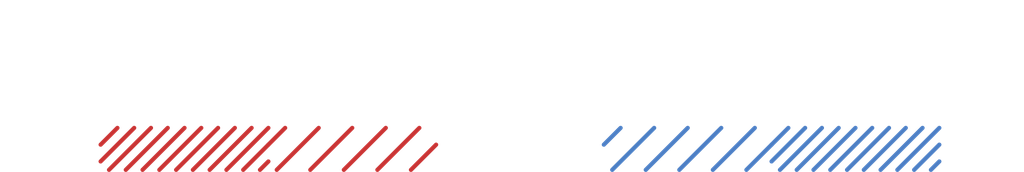
<source format=kicad_pcb>
(kicad_pcb
	(version 20240108)
	(generator "pcbnew")
	(generator_version "8.0")
	(general
		(thickness 1.6)
		(legacy_teardrops no)
	)
	(paper "A4")
	(layers
		(0 "F.Cu" signal)
		(31 "B.Cu" signal)
		(32 "B.Adhes" user "B.Adhesive")
		(33 "F.Adhes" user "F.Adhesive")
		(34 "B.Paste" user)
		(35 "F.Paste" user)
		(36 "B.SilkS" user "B.Silkscreen")
		(37 "F.SilkS" user "F.Silkscreen")
		(38 "B.Mask" user)
		(39 "F.Mask" user)
		(40 "Dwgs.User" user "User.Drawings")
		(41 "Cmts.User" user "User.Comments")
		(42 "Eco1.User" user "User.Eco1")
		(43 "Eco2.User" user "User.Eco2")
		(44 "Edge.Cuts" user)
		(45 "Margin" user)
		(46 "B.CrtYd" user "B.Courtyard")
		(47 "F.CrtYd" user "F.Courtyard")
		(48 "B.Fab" user)
		(49 "F.Fab" user)
		(50 "User.1" user)
		(51 "User.2" user)
		(52 "User.3" user)
		(53 "User.4" user)
		(54 "User.5" user)
		(55 "User.6" user)
		(56 "User.7" user)
		(57 "User.8" user)
		(58 "User.9" user)
	)
	(setup
		(pad_to_mask_clearance 0)
		(allow_soldermask_bridges_in_footprints no)
		(pcbplotparams
			(layerselection 0x00010fc_ffffffff)
			(plot_on_all_layers_selection 0x0000000_00000000)
			(disableapertmacros no)
			(usegerberextensions no)
			(usegerberattributes yes)
			(usegerberadvancedattributes yes)
			(creategerberjobfile yes)
			(dashed_line_dash_ratio 12.000000)
			(dashed_line_gap_ratio 3.000000)
			(svgprecision 4)
			(plotframeref no)
			(viasonmask no)
			(mode 1)
			(useauxorigin no)
			(hpglpennumber 1)
			(hpglpenspeed 20)
			(hpglpendiameter 15.000000)
			(pdf_front_fp_property_popups yes)
			(pdf_back_fp_property_popups yes)
			(dxfpolygonmode yes)
			(dxfimperialunits yes)
			(dxfusepcbnewfont yes)
			(psnegative no)
			(psa4output no)
			(plotreference yes)
			(plotvalue yes)
			(plotfptext yes)
			(plotinvisibletext no)
			(sketchpadsonfab no)
			(subtractmaskfromsilk no)
			(outputformat 1)
			(mirror no)
			(drillshape 1)
			(scaleselection 1)
			(outputdirectory "")
		)
	)
	(net 0 "")
	(gr_line
		(start 239 0)
		(end 244 -5)
		(stroke
			(width 0.5)
			(type default)
		)
		(layer "F.Cu")
		(uuid "10cdf68c-2800-49e9-8d55-a8716e866f88")
	)
	(gr_line
		(start 267 0)
		(end 270 -3)
		(stroke
			(width 0.5)
			(type default)
		)
		(layer "F.Cu")
		(uuid "13c2618e-b03e-4f36-9bae-f878cba02069")
	)
	(gr_line
		(start 247 0)
		(end 250 -3)
		(stroke
			(width 0.5)
			(type default)
		)
		(layer "F.Cu")
		(uuid "228cc586-9fc6-4b81-93d1-3ca2def6aad2")
	)
	(gr_line
		(start 243 0)
		(end 248 -5)
		(stroke
			(width 0.5)
			(type default)
		)
		(layer "F.Cu")
		(uuid "245778aa-9c08-4378-8a18-3128d49f7899")
	)
	(gr_line
		(start 230 -3)
		(end 232 -5)
		(stroke
			(width 0.5)
			(type default)
		)
		(layer "F.Cu")
		(uuid "2bf9fe1a-85ef-41fc-aa30-802d99a180dc")
	)
	(gr_line
		(start 250 -3)
		(end 252 -5)
		(stroke
			(width 0.5)
			(type default)
		)
		(layer "F.Cu")
		(uuid "5ca6ffea-ba2c-4a18-89eb-2c6db923d049")
	)
	(gr_line
		(start 245 0)
		(end 250 -5)
		(stroke
			(width 0.5)
			(type default)
		)
		(layer "F.Cu")
		(uuid "5e086faa-35d7-4dba-b547-94260b23202e")
	)
	(gr_line
		(start 249 0)
		(end 250 -1)
		(stroke
			(width 0.5)
			(type default)
		)
		(layer "F.Cu")
		(uuid "6408eb9f-8f3f-4e2e-bb8f-7c5a0d3c789a")
	)
	(gr_line
		(start 241 0)
		(end 246 -5)
		(stroke
			(width 0.5)
			(type default)
		)
		(layer "F.Cu")
		(uuid "7ed1308c-7e2c-41c7-9c7e-e55685e1eebf")
	)
	(gr_line
		(start 259 0)
		(end 264 -5)
		(stroke
			(width 0.5)
			(type default)
		)
		(layer "F.Cu")
		(uuid "8063c794-ef4f-49d4-a46b-9fcdad905181")
	)
	(gr_line
		(start 263 0)
		(end 268 -5)
		(stroke
			(width 0.5)
			(type default)
		)
		(layer "F.Cu")
		(uuid "a5a9e32d-5459-412a-8e13-aff8f4b86174")
	)
	(gr_line
		(start 230 -1)
		(end 234 -5)
		(stroke
			(width 0.5)
			(type default)
		)
		(layer "F.Cu")
		(uuid "b10602cd-491c-4ebe-8170-bdc9bfbbaa6b")
	)
	(gr_line
		(start 235 0)
		(end 240 -5)
		(stroke
			(width 0.5)
			(type default)
		)
		(layer "F.Cu")
		(uuid "b29fd2a8-2003-4642-a0f5-314c0d34290a")
	)
	(gr_line
		(start 231 0)
		(end 236 -5)
		(stroke
			(width 0.5)
			(type default)
		)
		(layer "F.Cu")
		(uuid "b30d206a-db6e-4fb4-8ff2-bec764b4cd72")
	)
	(gr_line
		(start 233 0)
		(end 238 -5)
		(stroke
			(width 0.5)
			(type default)
		)
		(layer "F.Cu")
		(uuid "d86d7dcd-6b52-4e15-8203-0858c1c82690")
	)
	(gr_line
		(start 237 0)
		(end 242 -5)
		(stroke
			(width 0.5)
			(type default)
		)
		(layer "F.Cu")
		(uuid "e7257aba-bcfa-4a9c-b421-72d11076fb3d")
	)
	(gr_line
		(start 251 0)
		(end 256 -5)
		(stroke
			(width 0.5)
			(type default)
		)
		(layer "F.Cu")
		(uuid "eb8147ba-ef8e-40fc-90ab-a8ca23c9800d")
	)
	(gr_line
		(start 255 0)
		(end 260 -5)
		(stroke
			(width 0.5)
			(type default)
		)
		(layer "F.Cu")
		(uuid "ee0c9f8f-e12a-4214-a550-b04b64ec5300")
	)
	(gr_line
		(start 329 0)
		(end 330 -1)
		(stroke
			(width 0.5)
			(type default)
		)
		(layer "B.Cu")
		(uuid "03356732-0a12-4eb4-9ccf-fc0e9e01e239")
	)
	(gr_line
		(start 315 0)
		(end 320 -5)
		(stroke
			(width 0.5)
			(type default)
		)
		(layer "B.Cu")
		(uuid "14901953-59e8-4f4b-bc29-24d40534d1e6")
	)
	(gr_line
		(start 321 0)
		(end 326 -5)
		(stroke
			(width 0.5)
			(type default)
		)
		(layer "B.Cu")
		(uuid "258f9238-7cff-40b8-9a48-65a878258eef")
	)
	(gr_line
		(start 299 0)
		(end 304 -5)
		(stroke
			(width 0.5)
			(type default)
		)
		(layer "B.Cu")
		(uuid "32328481-d0bb-4e02-920b-e1db967a1a00")
	)
	(gr_line
		(start 323 0)
		(end 328 -5)
		(stroke
			(width 0.5)
			(type default)
		)
		(layer "B.Cu")
		(uuid "3495f450-b885-4023-82e8-07fa7b0b9a9d")
	)
	(gr_line
		(start 310 -1)
		(end 314 -5)
		(stroke
			(width 0.5)
			(type default)
		)
		(layer "B.Cu")
		(uuid "3b50f66d-0c87-4b13-bbc9-ef43d8cfab7b")
	)
	(gr_line
		(start 290 -3)
		(end 292 -5)
		(stroke
			(width 0.5)
			(type default)
		)
		(layer "B.Cu")
		(uuid "6800d707-3ab4-4d55-9858-20849c08005d")
	)
	(gr_line
		(start 310 -3)
		(end 312 -5)
		(stroke
			(width 0.5)
			(type default)
		)
		(layer "B.Cu")
		(uuid "738e9cc0-1e6d-4934-90ff-6d9db4ceccde")
	)
	(gr_line
		(start 311 0)
		(end 316 -5)
		(stroke
			(width 0.5)
			(type default)
		)
		(layer "B.Cu")
		(uuid "8f5806e6-6a9c-463f-a185-50d3590006fb")
	)
	(gr_line
		(start 327 0)
		(end 330 -3)
		(stroke
			(width 0.5)
			(type default)
		)
		(layer "B.Cu")
		(uuid "955b7afb-f499-4527-8a1c-ee3ea68bfd37")
	)
	(gr_line
		(start 291 0)
		(end 296 -5)
		(stroke
			(width 0.5)
			(type default)
		)
		(layer "B.Cu")
		(uuid "aa26dfc1-00e5-4c6d-88a8-e6fa1d1e20cf")
	)
	(gr_line
		(start 325 0)
		(end 330 -5)
		(stroke
			(width 0.5)
			(type default)
		)
		(layer "B.Cu")
		(uuid "b971efa5-dbfe-47aa-8081-4b2d9b630bf7")
	)
	(gr_line
		(start 319 0)
		(end 324 -5)
		(stroke
			(width 0.5)
			(type default)
		)
		(layer "B.Cu")
		(uuid "d2e04440-ebbd-4eb2-a178-8abf651ed857")
	)
	(gr_line
		(start 303 0)
		(end 308 -5)
		(stroke
			(width 0.5)
			(type default)
		)
		(layer "B.Cu")
		(uuid "d4744c1d-c9e8-40cd-801a-387f1b0db224")
	)
	(gr_line
		(start 295 0)
		(end 300 -5)
		(stroke
			(width 0.5)
			(type default)
		)
		(layer "B.Cu")
		(uuid "dd696c26-5110-4bfd-8d49-6a9620bfd11d")
	)
	(gr_line
		(start 313 0)
		(end 318 -5)
		(stroke
			(width 0.5)
			(type default)
		)
		(layer "B.Cu")
		(uuid "e974554b-c6b4-4889-9abd-93f86a12d28b")
	)
	(gr_line
		(start 307 0)
		(end 310 -3)
		(stroke
			(width 0.5)
			(type default)
		)
		(layer "B.Cu")
		(uuid "eb71e900-7fe1-4f5c-9dc7-89468b29a872")
	)
	(gr_line
		(start 317 0)
		(end 322 -5)
		(stroke
			(width 0.5)
			(type default)
		)
		(layer "B.Cu")
		(uuid "fc68ebf8-a454-4c9b-b93b-3f51f93e121f")
	)
	(gr_line
		(start 310 -5)
		(end 310 0)
		(stroke
			(width 0.2)
			(type default)
		)
		(layer "Dwgs.User")
		(uuid "0e5612eb-4ae5-41a7-a862-973e9e77f041")
	)
	(gr_line
		(start 283 0)
		(end 288 -5)
		(stroke
			(width 0.2)
			(type default)
		)
		(layer "Dwgs.User")
		(uuid "1d04271d-b64c-404d-8797-32c0d1bd9da1")
	)
	(gr_line
		(start 220 0)
		(end 340 0)
		(stroke
			(width 0.2)
			(type default)
		)
		(layer "Dwgs.User")
		(uuid "3e7def92-8a9c-4a0a-a5db-17fd4e1ccb9e")
	)
	(gr_line
		(start 289 0)
		(end 290 -1)
		(stroke
			(width 0.2)
			(type default)
		)
		(layer "Dwgs.User")
		(uuid "49372fd7-4ead-4340-bc93-6b9218d80cd3")
	)
	(gr_line
		(start 250 -5)
		(end 250 0)
		(stroke
			(width 0.2)
			(type default)
		)
		(layer "Dwgs.User")
		(uuid "4a3cc342-0760-41dc-b94b-1c7a17f4b791")
	)
	(gr_line
		(start 281 0)
		(end 286 -5)
		(stroke
			(width 0.2)
			(type default)
		)
		(layer "Dwgs.User")
		(uuid "507f0059-3813-4fb4-8d54-2e623dc3c541")
	)
	(gr_line
		(start 277 0)
		(end 282 -5)
		(stroke
			(width 0.2)
			(type default)
		)
		(layer "Dwgs.User")
		(uuid "609e54c8-d13f-4b95-8bfc-4bc066b9b58d")
	)
	(gr_line
		(start 273 0)
		(end 278 -5)
		(stroke
			(width 0.2)
			(type default)
		)
		(layer "Dwgs.User")
		(uuid "62a832c1-e278-481c-84bc-a0f2b8c54663")
	)
	(gr_line
		(start 285 0)
		(end 290 -5)
		(stroke
			(width 0.2)
			(type default)
		)
		(layer "Dwgs.User")
		(uuid "6c84fd3b-260a-428e-9d10-f5c05d7a2987")
	)
	(gr_line
		(start 330 -5)
		(end 330 0)
		(stroke
			(width 0.2)
			(type default)
		)
		(layer "Dwgs.User")
		(uuid "7237110b-3466-419b-8c56-e8d4dc577933")
	)
	(gr_line
		(start 220 -5)
		(end 340 -5)
		(stroke
			(width 0.2)
			(type default)
		)
		(layer "Dwgs.User")
		(uuid "85b522de-0c22-4dec-b117-8c8def2e163f")
	)
	(gr_line
		(start 270 -5)
		(end 270 0)
		(stroke
			(width 0.2)
			(type default)
		)
		(layer "Dwgs.User")
		(uuid "8a3616fa-7711-4be3-9914-bf070f0f34b5")
	)
	(gr_line
		(start 270 -1)
		(end 274 -5)
		(stroke
			(width 0.2)
			(type default)
		)
		(layer "Dwgs.User")
		(uuid "8ba5d76f-d9c3-4853-a078-cf76bbdee3c0")
	)
	(gr_line
		(start 271 0)
		(end 276 -5)
		(stroke
			(width 0.2)
			(type default)
		)
		(layer "Dwgs.User")
		(uuid "90ce594d-7a5e-4b0e-a064-468203b01fd1")
	)
	(gr_line
		(start 279 0)
		(end 284 -5)
		(stroke
			(width 0.2)
			(type default)
		)
		(layer "Dwgs.User")
		(uuid "b67be277-c839-41af-b910-4325980a5d4c")
	)
	(gr_line
		(start 230 -5)
		(end 230 0)
		(stroke
			(width 0.2)
			(type default)
		)
		(layer "Dwgs.User")
		(uuid "b7e28e53-6885-4f6e-ab8d-7e94f4835ba4")
	)
	(gr_line
		(start 275 0)
		(end 280 -5)
		(stroke
			(width 0.2)
			(type default)
		)
		(layer "Dwgs.User")
		(uuid "e4782734-8a62-4f1d-83ab-131f870fa139")
	)
	(gr_line
		(start 270 -3)
		(end 272 -5)
		(stroke
			(width 0.2)
			(type default)
		)
		(layer "Dwgs.User")
		(uuid "f4eb91a3-99d7-4b05-8e9a-8a17d590c3a7")
	)
	(gr_line
		(start 230 -5)
		(end 230 0)
		(stroke
			(width 0.2)
			(type default)
		)
		(layer "Dwgs.User")
		(uuid "f7cb93de-1b3f-458d-87a1-e19f597c2fde")
	)
	(gr_line
		(start 250 -5)
		(end 250 0)
		(stroke
			(width 0.2)
			(type default)
		)
		(layer "Dwgs.User")
		(uuid "f9557af1-7b41-4553-bcf9-33e825d7756b")
	)
	(gr_line
		(start 290 -5)
		(end 290 0)
		(stroke
			(width 0.2)
			(type default)
		)
		(layer "Dwgs.User")
		(uuid "fc74cd55-ac46-4b24-9758-08e7e9d51ff8")
	)
	(gr_line
		(start 287 0)
		(end 290 -3)
		(stroke
			(width 0.2)
			(type default)
		)
		(layer "Dwgs.User")
		(uuid "fecda465-decb-4809-a5ea-0268d69266e1")
	)
	(gr_text "4.375 V"
		(at 230 -15 0)
		(layer "Dwgs.User")
		(uuid "0836a65f-c09d-4837-bcdc-75901f9e438b")
		(effects
			(font
				(size 0.8 0.8)
				(thickness 0.15)
				(bold yes)
			)
			(justify bottom)
		)
	)
	(gr_text "27.6 V"
		(at 300 -13 0)
		(layer "Dwgs.User")
		(uuid "116d22f3-64f7-4a39-a218-af509f09f84a")
		(effects
			(font
				(size 0.8 0.8)
				(thickness 0.15)
				(bold yes)
			)
			(justify bottom)
		)
	)
	(gr_text "4.875 V"
		(at 270 -15 0)
		(layer "Dwgs.User")
		(uuid "13f153b6-51b8-4863-9489-b507b871ae8c")
		(effects
			(font
				(size 0.8 0.8)
				(thickness 0.15)
				(bold yes)
			)
			(justify bottom)
		)
	)
	(gr_text "27 V"
		(at 290 -13 0)
		(layer "Dwgs.User")
		(uuid "16609730-a925-47ad-8d82-f51de3c87125")
		(effects
			(font
				(size 0.8 0.8)
				(thickness 0.15)
				(bold yes)
			)
			(justify bottom)
		)
	)
	(gr_text "24.6 V"
		(at 250 -13 0)
		(layer "Dwgs.User")
		(uuid "3495700c-b8cd-4d21-a6e7-7b77568683ad")
		(effects
			(font
				(size 0.8 0.8)
				(thickness 0.15)
				(bold yes)
			)
			(justify bottom)
		)
	)
	(gr_text "5.5 V"
		(at 320 -15 0)
		(layer "Dwgs.User")
		(uuid "42c741c7-ab7c-461e-928e-3571856e16f4")
		(effects
			(font
				(size 0.8 0.8)
				(thickness 0.15)
				(bold yes)
			)
			(justify bottom)
		)
	)
	(gr_text "-2.5%"
		(at 270 -17 0)
		(layer "Dwgs.User")
		(uuid "468640c3-db77-4741-b5cd-d979887dd3ce")
		(effects
			(font
				(size 0.8 0.8)
				(thickness 0.15)
				(bold yes)
			)
			(justify bottom)
		)
	)
	(gr_text "5.125 V"
		(at 290 -15 0)
		(layer "Dwgs.User")
		(uuid "47be180d-27e8-4538-b9f7-3ad096910261")
		(effects
			(font
				(size 0.8 0.8)
				(thickness 0.15)
				(bold yes)
			)
			(justify bottom)
		)
	)
	(gr_text "-7.5%"
		(at 250 -17 0)
		(layer "Dwgs.User")
		(uuid "5495fa91-2304-4918-8668-4b0b1bcf6c1a")
		(effects
			(font
				(size 0.8 0.8)
				(thickness 0.15)
				(bold yes)
			)
			(justify bottom)
		)
	)
	(gr_text "4.5 V"
		(at 240 -15 0)
		(layer "Dwgs.User")
		(uuid "629eebb3-fc9c-4f2c-b9ef-762c2337c22d")
		(effects
			(font
				(size 0.8 0.8)
				(thickness 0.15)
				(bold yes)
			)
			(justify bottom)
		)
	)
	(gr_text "28.2 V"
		(at 310 -13 0)
		(layer "Dwgs.User")
		(uuid "6e94a59f-078d-4958-9e22-be72237337cf")
		(effects
			(font
				(size 0.8 0.8)
				(thickness 0.15)
				(bold yes)
			)
			(justify bottom)
		)
	)
	(gr_text "25.8 V"
		(at 270 -13 0)
		(layer "Dwgs.User")
		(uuid "6fb34184-6ad2-45c4-8261-f3ed16ea7b2a")
		(effects
			(font
				(size 0.8 0.8)
				(thickness 0.15)
				(bold yes)
			)
			(justify bottom)
		)
	)
	(gr_text "25.2 V"
		(at 260 -13 0)
		(layer "Dwgs.User")
		(uuid "785ea376-278f-4153-8245-f00c6fd67d6e")
		(effects
			(font
				(size 0.8 0.8)
				(thickness 0.15)
				(bold yes)
			)
			(justify bottom)
		)
	)
	(gr_text "-10%"
		(at 240 -17 0)
		(layer "Dwgs.User")
		(uuid "7b588ca4-d3ea-459b-9e2e-d5811be8c18d")
		(effects
			(font
				(size 0.8 0.8)
				(thickness 0.15)
				(bold yes)
			)
			(justify bottom)
		)
	)
	(gr_text "26.4 V"
		(at 280 -13 0)
		(layer "Dwgs.User")
		(uuid "808d9e00-44a3-4fa6-9260-1396bf336994")
		(effects
			(font
				(size 0.8 0.8)
				(thickness 0.15)
				(bold yes)
			)
			(justify bottom)
		)
	)
	(gr_text "5.25 V"
		(at 300 -15 0)
		(layer "Dwgs.User")
		(uuid "81808ebf-b737-47c1-82ef-57bc2a8a8ab5")
		(effects
			(font
				(size 0.8 0.8)
				(thickness 0.15)
				(bold yes)
			)
			(justify bottom)
		)
	)
	(gr_text "2.5%"
		(at 320 -17 0)
		(layer "Dwgs.User")
		(uuid "861248a6-7e04-4af2-a757-bfa3bf49b41b")
		(effects
			(font
				(size 0.8 0.8)
				(thickness 0.15)
				(bold yes)
			)
			(justify bottom)
		)
	)
	(gr_text "4.75 V"
		(at 260 -15 0)
		(layer "Dwgs.User")
		(uuid "862f2240-04a5-471f-9afb-853072298fad")
		(effects
			(font
				(size 0.8 0.8)
				(thickness 0.15)
				(bold yes)
			)
			(justify bottom)
		)
	)
	(gr_text "29.4 V"
		(at 330 -13 0)
		(layer "Dwgs.User")
		(uuid "95cd7caa-f1f8-4ac6-845c-bde763395a21")
		(effects
			(font
				(size 0.8 0.8)
				(thickness 0.15)
				(bold yes)
			)
			(justify bottom)
		)
	)
	(gr_text "5.625 V"
		(at 330 -15 0)
		(layer "Dwgs.User")
		(uuid "a289b7dd-7d64-4c33-9075-a4d15ec2bdd3")
		(effects
			(font
				(size 0.8 0.8)
				(thickness 0.15)
				(bold yes)
			)
			(justify bottom)
		)
	)
	(gr_text "24 V"
		(at 240 -13 0)
		(layer "Dwgs.User")
		(uuid "a3377b03-3ce7-4b40-8d7c-22cea6d4b94a")
		(effects
			(font
				(size 0.8 0.8)
				(thickness 0.15)
				(bold yes)
			)
			(justify bottom)
		)
	)
	(gr_text "5 V"
		(at 280 -15 0)
		(layer "Dwgs.User")
		(uuid "a58d1b75-1b6e-4783-b712-16f8c68ea8b6")
		(effects
			(font
				(size 0.8 0.8)
				(thickness 0.15)
				(bold yes)
			)
			(justify bottom)
		)
	)
	(gr_text "4.625 V"
		(at 250 -15 0)
		(layer "Dwgs.User")
		(uuid "a5f74d3c-1468-45b8-bc59-30863db7f221")
		(effects
			(font
				(size 0.8 0.8)
				(thickness 0.15)
				(bold yes)
			)
			(justify bottom)
		)
	)
	(gr_text "2.5%"
		(at 300 -17 0)
		(layer "Dwgs.User")
		(uuid "bd53725e-d0a6-4337-9a8f-27fc026386b6")
		(effects
			(font
				(size 0.8 0.8)
				(thickness 0.15)
				(bold yes)
			)
			(justify bottom)
		)
	)
	(gr_text "2.5%"
		(at 290 -17 0)
		(layer "Dwgs.User")
		(uuid "c99cf0ff-e98b-426a-9344-cb5b0053b7ef")
		(effects
			(font
				(size 0.8 0.8)
				(thickness 0.15)
				(bold yes)
			)
			(justify bottom)
		)
	)
	(gr_text "5.375 V"
		(at 310 -15 0)
		(layer "Dwgs.User")
		(uuid "cebbde78-7f44-42ce-b54c-53cc92b0ce81")
		(effects
			(font
				(size 0.8 0.8)
				(thickness 0.15)
				(bold yes)
			)
			(justify bottom)
		)
	)
	(gr_text "-12.5%"
		(at 230 -17 0)
		(layer "Dwgs.User")
		(uuid "ceefe9af-ea90-4247-9734-a406ef13683b")
		(effects
			(font
				(size 0.8 0.8)
				(thickness 0.15)
				(bold yes)
			)
			(justify bottom)
		)
	)
	(gr_text "23.4 V"
		(at 230 -13 0)
		(layer "Dwgs.User")
		(uuid "d7bbe86e-45d4-42f4-8f66-0620019fa224")
		(effects
			(font
				(size 0.8 0.8)
				(thickness 0.15)
				(bold yes)
			)
			(justify bottom)
		)
	)
	(gr_text "28.8 V"
		(at 320 -13 0)
		(layer "Dwgs.User")
		(uuid "d928070a-6206-4adb-9e45-c3f951cb30cd")
		(effects
			(font
				(size 0.8 0.8)
				(thickness 0.15)
				(bold yes)
			)
			(justify bottom)
		)
	)
	(gr_text "12.5%"
		(at 330 -17 0)
		(layer "Dwgs.User")
		(uuid "e719044a-b68a-45df-b358-50041130c90f")
		(effects
			(font
				(size 0.8 0.8)
				(thickness 0.15)
				(bold yes)
			)
			(justify bottom)
		)
	)
	(gr_text "-5%"
		(at 260 -17 0)
		(layer "Dwgs.User")
		(uuid "ef1c553a-6719-4f6c-ad31-38c4ef8a663c")
		(effects
			(font
				(size 0.8 0.8)
				(thickness 0.15)
				(bold yes)
			)
			(justify bottom)
		)
	)
	(gr_text "0%"
		(at 280 -17 0)
		(layer "Dwgs.User")
		(uuid "ef5c3fcf-4af2-4317-9195-0bb4250cd507")
		(effects
			(font
				(size 0.8 0.8)
				(thickness 0.15)
				(bold yes)
			)
			(justify bottom)
		)
	)
	(gr_text "7.5%"
		(at 310 -17 0)
		(layer "Dwgs.User")
		(uuid "ffc00c11-4278-478b-8949-7c811c2e9293")
		(effects
			(font
				(size 0.8 0.8)
				(thickness 0.15)
				(bold yes)
			)
			(justify bottom)
		)
	)
	(gr_text "VBUS_LP"
		(at 219 -15 0)
		(layer "Cmts.User")
		(uuid "144e7532-0b0e-42f1-a1dc-e78923a9dd7b")
		(effects
			(font
				(size 0.8 0.8)
				(thickness 0.15)
				(bold yes)
			)
			(justify left bottom)
		)
	)
	(gr_text "OVP"
		(at 335 -2 0)
		(layer "Cmts.User")
		(uuid "32c5eb6a-d339-4059-8101-1d61813fd3d2")
		(effects
			(font
				(size 0.8 0.8)
				(thickness 0.15)
				(bold yes)
			)
			(justify bottom)
		)
	)
	(gr_text "Voltage levels:"
		(at 218 -19 0)
		(layer "Cmts.User")
		(uuid "4dd3c155-0451-4be3-82f3-dddea8ee4797")
		(effects
			(font
				(size 0.8 0.8)
				(thickness 0.15)
				(bold yes)
			)
			(justify left bottom)
		)
	)
	(gr_text "UVLO"
		(at 225 -2 0)
		(layer "Cmts.User")
		(uuid "8324f5b1-f20a-407a-aa9d-381daaa61b12")
		(effects
			(font
				(size 0.8 0.8)
				(thickness 0.15)
				(bold yes)
			)
			(justify bottom)
		)
	)
	(gr_text "VBUS_HP"
		(at 219 -13 0)
		(layer "Cmts.User")
		(uuid "e92d63be-49c6-4486-93ca-efd0b4092528")
		(effects
			(font
				(size 0.8 0.8)
				(thickness 0.15)
				(bold yes)
			)
			(justify left bottom)
		)
	)
	(gr_text "percent"
		(at 219 -17 0)
		(layer "Cmts.User")
		(uuid "f34cd53f-aea3-4d31-b6e7-6da6e63d54c3")
		(effects
			(font
				(size 0.8 0.8)
				(thickness 0.15)
				(bold yes)
			)
			(justify left bottom)
		)
	)
	(dimension
		(type orthogonal)
		(layer "Cmts.User")
		(uuid "23c0e7c0-c3bd-4106-a500-3431f8cd157b")
		(pts
			(xy 310 -5) (xy 330 -5)
		)
		(height -5)
		(orientation 0)
		(gr_text "pa++ (infinity)"
			(at 320 -10.95 0)
			(layer "Cmts.User")
			(uuid "23c0e7c0-c3bd-4106-a500-3431f8cd157b")
			(effects
				(font
					(size 0.8 0.8)
					(thickness 0.15)
				)
			)
		)
		(format
			(prefix "")
			(suffix "")
			(units 3)
			(units_format 0)
			(precision 2)
			(override_value "pa++ (infinity)")
		)
		(style
			(thickness 0.2)
			(arrow_length 1.27)
			(text_position_mode 0)
			(extension_height 0.58642)
			(extension_offset 0.5) keep_text_aligned)
	)
	(dimension
		(type orthogonal)
		(layer "Cmts.User")
		(uuid "c5927787-c36d-4c26-a6db-8af37bb4bdd0")
		(pts
			(xy 250 -5) (xy 270 -5)
		)
		(height -5)
		(orientation 0)
		(gr_text "pa- (shortage)"
			(at 260 -10.95 0)
			(layer "Cmts.User")
			(uuid "c5927787-c36d-4c26-a6db-8af37bb4bdd0")
			(effects
				(font
					(size 0.8 0.8)
					(thickness 0.15)
				)
			)
		)
		(format
			(prefix "")
			(suffix "")
			(units 3)
			(units_format 0)
			(precision 2)
			(override_value "pa- (shortage)")
		)
		(style
			(thickness 0.2)
			(arrow_length 1.27)
			(text_position_mode 0)
			(extension_height 0.58642)
			(extension_offset 0.5) keep_text_aligned)
	)
	(dimension
		(type orthogonal)
		(layer "Cmts.User")
		(uuid "cae46d1f-4b4d-4ca2-9a7f-999cc3f9cd81")
		(pts
			(xy 270 -5) (xy 290 -5)
		)
		(height -5)
		(orientation 0)
		(gr_text "pa0 (nominal)"
			(at 280 -10.95 0)
			(layer "Cmts.User")
			(uuid "cae46d1f-4b4d-4ca2-9a7f-999cc3f9cd81")
			(effects
				(font
					(size 0.8 0.8)
					(thickness 0.15)
				)
			)
		)
		(format
			(prefix "")
			(suffix "")
			(units 3)
			(units_format 0)
			(precision 2)
			(override_value "pa0 (nominal)")
		)
		(style
			(thickness 0.2)
			(arrow_length 1.27)
			(text_position_mode 0)
			(extension_height 0.58642)
			(extension_offset 0.5) keep_text_aligned)
	)
	(dimension
		(type orthogonal)
		(layer "Cmts.User")
		(uuid "e41d2ba6-a033-4542-80da-d7b112bf2173")
		(pts
			(xy 290 -5) (xy 310 -5)
		)
		(height -5)
		(orientation 0)
		(gr_text "pa+ (surplus)"
			(at 300 -10.95 0)
			(layer "Cmts.User")
			(uuid "e41d2ba6-a033-4542-80da-d7b112bf2173")
			(effects
				(font
					(size 0.8 0.8)
					(thickness 0.15)
				)
			)
		)
		(format
			(prefix "")
			(suffix "")
			(units 3)
			(units_format 0)
			(precision 2)
			(override_value "pa+ (surplus)")
		)
		(style
			(thickness 0.2)
			(arrow_length 1.27)
			(text_position_mode 0)
			(extension_height 0.58642)
			(extension_offset 0.5) keep_text_aligned)
	)
	(dimension
		(type orthogonal)
		(layer "Cmts.User")
		(uuid "ec4576e4-2e61-47a3-aa51-cfd646f1de03")
		(pts
			(xy 230 -5) (xy 250 -5)
		)
		(height -5)
		(orientation 0)
		(gr_text "pa-- (outage imminent)"
			(at 240 -10.95 0)
			(layer "Cmts.User")
			(uuid "ec4576e4-2e61-47a3-aa51-cfd646f1de03")
			(effects
				(font
					(size 0.8 0.8)
					(thickness 0.15)
				)
			)
		)
		(format
			(prefix "")
			(suffix "")
			(units 3)
			(units_format 0)
			(precision 2)
			(override_value "pa-- (outage imminent)")
		)
		(style
			(thickness 0.2)
			(arrow_length 1.27)
			(text_position_mode 0)
			(extension_height 0.58642)
			(extension_offset 0.5) keep_text_aligned)
	)
)

</source>
